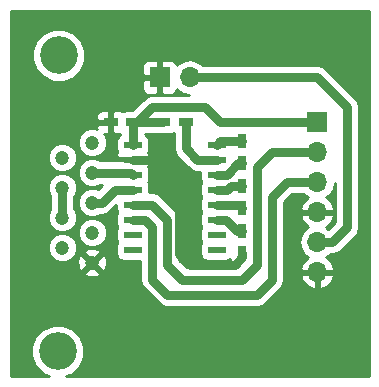
<source format=gbr>
G04 #@! TF.FileFunction,Copper,L2,Bot,Signal*
%FSLAX46Y46*%
G04 Gerber Fmt 4.6, Leading zero omitted, Abs format (unit mm)*
G04 Created by KiCad (PCBNEW 4.0.7) date *
%MOMM*%
%LPD*%
G01*
G04 APERTURE LIST*
%ADD10C,0.100000*%
%ADD11R,0.750000X1.200000*%
%ADD12R,1.200000X0.750000*%
%ADD13C,3.200000*%
%ADD14C,1.200000*%
%ADD15R,1.700000X1.700000*%
%ADD16O,1.700000X1.700000*%
%ADD17R,1.500000X0.600000*%
%ADD18C,0.800000*%
%ADD19C,0.254000*%
G04 APERTURE END LIST*
D10*
D11*
X144780000Y-100015000D03*
X144780000Y-101915000D03*
X144780000Y-103825000D03*
X144780000Y-105725000D03*
D12*
X138115000Y-98425000D03*
X140015000Y-98425000D03*
D11*
X144780000Y-107635000D03*
X144780000Y-109535000D03*
D12*
X135570000Y-98425000D03*
X133670000Y-98425000D03*
D13*
X129170000Y-117820000D03*
X129250000Y-92750000D03*
D14*
X132080000Y-105245000D03*
X132080000Y-107785000D03*
X132080000Y-102705000D03*
X132080000Y-100165000D03*
X132080000Y-110325000D03*
X129540000Y-109055000D03*
X129540000Y-106515000D03*
X129540000Y-103975000D03*
X129540000Y-101435000D03*
D15*
X151130000Y-98425000D03*
D16*
X151130000Y-100965000D03*
X151130000Y-103505000D03*
X151130000Y-106045000D03*
X151130000Y-108585000D03*
X151130000Y-111125000D03*
D15*
X137795000Y-94615000D03*
D16*
X140335000Y-94615000D03*
D17*
X142615000Y-100330000D03*
X142615000Y-101600000D03*
X142615000Y-102870000D03*
X142615000Y-104140000D03*
X142615000Y-105410000D03*
X142615000Y-106680000D03*
X142615000Y-107950000D03*
X142615000Y-109220000D03*
X135515000Y-109220000D03*
X135515000Y-107950000D03*
X135515000Y-106680000D03*
X135515000Y-105410000D03*
X135515000Y-104140000D03*
X135515000Y-102870000D03*
X135515000Y-101600000D03*
X135515000Y-100330000D03*
D18*
X144780000Y-100015000D02*
X142930000Y-100015000D01*
X142930000Y-100015000D02*
X142615000Y-100330000D01*
X144780000Y-101915000D02*
X144465000Y-101915000D01*
X144465000Y-101915000D02*
X143510000Y-102870000D01*
X143510000Y-102870000D02*
X142615000Y-102870000D01*
X144780000Y-103825000D02*
X143825000Y-103825000D01*
X143510000Y-104140000D02*
X142615000Y-104140000D01*
X143825000Y-103825000D02*
X143510000Y-104140000D01*
X142615000Y-105410000D02*
X144465000Y-105410000D01*
X144465000Y-105410000D02*
X144780000Y-105725000D01*
X151130000Y-98425000D02*
X142875000Y-98425000D01*
X137160000Y-97155000D02*
X135890000Y-98425000D01*
X141605000Y-97155000D02*
X137160000Y-97155000D01*
X142875000Y-98425000D02*
X141605000Y-97155000D01*
X135890000Y-98425000D02*
X135570000Y-98425000D01*
X138115000Y-98425000D02*
X135570000Y-98425000D01*
X135515000Y-100330000D02*
X135515000Y-98480000D01*
X135515000Y-98480000D02*
X135570000Y-98425000D01*
X140015000Y-98425000D02*
X140015000Y-100645000D01*
X140970000Y-101600000D02*
X142615000Y-101600000D01*
X140015000Y-100645000D02*
X140970000Y-101600000D01*
X142615000Y-106680000D02*
X143383000Y-106680000D01*
X144338000Y-107635000D02*
X144780000Y-107635000D01*
X143383000Y-106680000D02*
X144338000Y-107635000D01*
X144780000Y-109535000D02*
X144780000Y-109855000D01*
X144780000Y-109855000D02*
X144145000Y-110490000D01*
X144145000Y-110490000D02*
X140335000Y-110490000D01*
X140335000Y-110490000D02*
X139430002Y-109585002D01*
X139430002Y-109585002D02*
X139430002Y-102600002D01*
X139430002Y-102600002D02*
X138430000Y-101600000D01*
X138430000Y-101600000D02*
X135515000Y-101600000D01*
X135515000Y-104140000D02*
X133985000Y-104140000D01*
X132880000Y-105245000D02*
X132080000Y-105245000D01*
X133985000Y-104140000D02*
X132880000Y-105245000D01*
X132080000Y-102705000D02*
X135350000Y-102705000D01*
X135350000Y-102705000D02*
X135515000Y-102870000D01*
X129540000Y-103975000D02*
X129540000Y-106515000D01*
X151130000Y-100965000D02*
X147320000Y-100965000D01*
X137160000Y-105410000D02*
X135515000Y-105410000D01*
X138430000Y-106680000D02*
X137160000Y-105410000D01*
X138430000Y-110490000D02*
X138430000Y-106680000D01*
X139700000Y-111760000D02*
X138430000Y-110490000D01*
X144780000Y-111760000D02*
X139700000Y-111760000D01*
X146050000Y-110490000D02*
X144780000Y-111760000D01*
X146050000Y-102235000D02*
X146050000Y-110490000D01*
X147320000Y-100965000D02*
X146050000Y-102235000D01*
X135515000Y-106680000D02*
X136525000Y-106680000D01*
X148590000Y-103505000D02*
X151130000Y-103505000D01*
X147320000Y-104775000D02*
X148590000Y-103505000D01*
X147320000Y-111760000D02*
X147320000Y-104775000D01*
X146050000Y-113030000D02*
X147320000Y-111760000D01*
X138430000Y-113030000D02*
X146050000Y-113030000D01*
X137160000Y-111760000D02*
X138430000Y-113030000D01*
X137160000Y-107315000D02*
X137160000Y-111760000D01*
X136525000Y-106680000D02*
X137160000Y-107315000D01*
X140335000Y-94615000D02*
X151130000Y-94615000D01*
X152400000Y-108585000D02*
X151130000Y-108585000D01*
X153670000Y-107315000D02*
X152400000Y-108585000D01*
X153670000Y-97155000D02*
X153670000Y-107315000D01*
X151130000Y-94615000D02*
X153670000Y-97155000D01*
D19*
G36*
X155500000Y-119940000D02*
X129891876Y-119940000D01*
X130434372Y-119715845D01*
X131063636Y-119087679D01*
X131404611Y-118266519D01*
X131405387Y-117377381D01*
X131065845Y-116555628D01*
X130437679Y-115926364D01*
X129616519Y-115585389D01*
X128727381Y-115584613D01*
X127905628Y-115924155D01*
X127276364Y-116552321D01*
X126935389Y-117373481D01*
X126934613Y-118262619D01*
X127274155Y-119084372D01*
X127902321Y-119713636D01*
X128447467Y-119940000D01*
X125170000Y-119940000D01*
X125170000Y-111187735D01*
X131396870Y-111187735D01*
X131446383Y-111413164D01*
X131911036Y-111572807D01*
X132401413Y-111542482D01*
X132713617Y-111413164D01*
X132763130Y-111187735D01*
X132080000Y-110504605D01*
X131396870Y-111187735D01*
X125170000Y-111187735D01*
X125170000Y-109299579D01*
X128304786Y-109299579D01*
X128492408Y-109753657D01*
X128839515Y-110101371D01*
X129293266Y-110289785D01*
X129784579Y-110290214D01*
X130109313Y-110156036D01*
X130832193Y-110156036D01*
X130862518Y-110646413D01*
X130991836Y-110958617D01*
X131217265Y-111008130D01*
X131900395Y-110325000D01*
X132259605Y-110325000D01*
X132942735Y-111008130D01*
X133168164Y-110958617D01*
X133327807Y-110493964D01*
X133297482Y-110003587D01*
X133168164Y-109691383D01*
X132942735Y-109641870D01*
X132259605Y-110325000D01*
X131900395Y-110325000D01*
X131217265Y-109641870D01*
X130991836Y-109691383D01*
X130832193Y-110156036D01*
X130109313Y-110156036D01*
X130238657Y-110102592D01*
X130586371Y-109755485D01*
X130708126Y-109462265D01*
X131396870Y-109462265D01*
X132080000Y-110145395D01*
X132763130Y-109462265D01*
X132713617Y-109236836D01*
X132248964Y-109077193D01*
X131758587Y-109107518D01*
X131446383Y-109236836D01*
X131396870Y-109462265D01*
X130708126Y-109462265D01*
X130774785Y-109301734D01*
X130775214Y-108810421D01*
X130587592Y-108356343D01*
X130261399Y-108029579D01*
X130844786Y-108029579D01*
X131032408Y-108483657D01*
X131379515Y-108831371D01*
X131833266Y-109019785D01*
X132324579Y-109020214D01*
X132778657Y-108832592D01*
X133126371Y-108485485D01*
X133314785Y-108031734D01*
X133315214Y-107540421D01*
X133127592Y-107086343D01*
X132780485Y-106738629D01*
X132326734Y-106550215D01*
X131835421Y-106549786D01*
X131381343Y-106737408D01*
X131033629Y-107084515D01*
X130845215Y-107538266D01*
X130844786Y-108029579D01*
X130261399Y-108029579D01*
X130240485Y-108008629D01*
X129786734Y-107820215D01*
X129295421Y-107819786D01*
X128841343Y-108007408D01*
X128493629Y-108354515D01*
X128305215Y-108808266D01*
X128304786Y-109299579D01*
X125170000Y-109299579D01*
X125170000Y-104219579D01*
X128304786Y-104219579D01*
X128492408Y-104673657D01*
X128505000Y-104686271D01*
X128505000Y-105803164D01*
X128493629Y-105814515D01*
X128305215Y-106268266D01*
X128304786Y-106759579D01*
X128492408Y-107213657D01*
X128839515Y-107561371D01*
X129293266Y-107749785D01*
X129784579Y-107750214D01*
X130238657Y-107562592D01*
X130586371Y-107215485D01*
X130774785Y-106761734D01*
X130775214Y-106270421D01*
X130587592Y-105816343D01*
X130575000Y-105803729D01*
X130575000Y-104686836D01*
X130586371Y-104675485D01*
X130774785Y-104221734D01*
X130775214Y-103730421D01*
X130587592Y-103276343D01*
X130261399Y-102949579D01*
X130844786Y-102949579D01*
X131032408Y-103403657D01*
X131379515Y-103751371D01*
X131833266Y-103939785D01*
X132324579Y-103940214D01*
X132778657Y-103752592D01*
X132791271Y-103740000D01*
X132921288Y-103740000D01*
X132555911Y-104105377D01*
X132326734Y-104010215D01*
X131835421Y-104009786D01*
X131381343Y-104197408D01*
X131033629Y-104544515D01*
X130845215Y-104998266D01*
X130844786Y-105489579D01*
X131032408Y-105943657D01*
X131379515Y-106291371D01*
X131833266Y-106479785D01*
X132324579Y-106480214D01*
X132778657Y-106292592D01*
X132791271Y-106280000D01*
X132879995Y-106280000D01*
X132880000Y-106280001D01*
X133276077Y-106201215D01*
X133611856Y-105976856D01*
X134117560Y-105471152D01*
X134117560Y-105710000D01*
X134161838Y-105945317D01*
X134225678Y-106044528D01*
X134168569Y-106128110D01*
X134117560Y-106380000D01*
X134117560Y-106980000D01*
X134161838Y-107215317D01*
X134225678Y-107314528D01*
X134168569Y-107398110D01*
X134117560Y-107650000D01*
X134117560Y-108250000D01*
X134161838Y-108485317D01*
X134225678Y-108584528D01*
X134168569Y-108668110D01*
X134117560Y-108920000D01*
X134117560Y-109520000D01*
X134161838Y-109755317D01*
X134300910Y-109971441D01*
X134513110Y-110116431D01*
X134765000Y-110167440D01*
X136125000Y-110167440D01*
X136125000Y-111759995D01*
X136124999Y-111760000D01*
X136203785Y-112156077D01*
X136428144Y-112491856D01*
X137698142Y-113761853D01*
X137698144Y-113761856D01*
X137899429Y-113896349D01*
X138033922Y-113986215D01*
X138430000Y-114065001D01*
X138430005Y-114065000D01*
X146049995Y-114065000D01*
X146050000Y-114065001D01*
X146446077Y-113986215D01*
X146781856Y-113761856D01*
X148051853Y-112491858D01*
X148051856Y-112491856D01*
X148186349Y-112290571D01*
X148276215Y-112156078D01*
X148355001Y-111760000D01*
X148355000Y-111759995D01*
X148355000Y-111481890D01*
X149688524Y-111481890D01*
X149858355Y-111891924D01*
X150248642Y-112320183D01*
X150773108Y-112566486D01*
X151003000Y-112445819D01*
X151003000Y-111252000D01*
X151257000Y-111252000D01*
X151257000Y-112445819D01*
X151486892Y-112566486D01*
X152011358Y-112320183D01*
X152401645Y-111891924D01*
X152571476Y-111481890D01*
X152450155Y-111252000D01*
X151257000Y-111252000D01*
X151003000Y-111252000D01*
X149809845Y-111252000D01*
X149688524Y-111481890D01*
X148355000Y-111481890D01*
X148355000Y-105203712D01*
X149018711Y-104540000D01*
X150040794Y-104540000D01*
X150050853Y-104555054D01*
X150391553Y-104782702D01*
X150248642Y-104849817D01*
X149858355Y-105278076D01*
X149688524Y-105688110D01*
X149809845Y-105918000D01*
X151003000Y-105918000D01*
X151003000Y-105898000D01*
X151257000Y-105898000D01*
X151257000Y-105918000D01*
X152450155Y-105918000D01*
X152571476Y-105688110D01*
X152401645Y-105278076D01*
X152011358Y-104849817D01*
X151868447Y-104782702D01*
X152209147Y-104555054D01*
X152531054Y-104073285D01*
X152635000Y-103550714D01*
X152635000Y-106886289D01*
X152075585Y-107445703D01*
X151868447Y-107307298D01*
X152011358Y-107240183D01*
X152401645Y-106811924D01*
X152571476Y-106401890D01*
X152450155Y-106172000D01*
X151257000Y-106172000D01*
X151257000Y-106192000D01*
X151003000Y-106192000D01*
X151003000Y-106172000D01*
X149809845Y-106172000D01*
X149688524Y-106401890D01*
X149858355Y-106811924D01*
X150248642Y-107240183D01*
X150391553Y-107307298D01*
X150050853Y-107534946D01*
X149728946Y-108016715D01*
X149615907Y-108585000D01*
X149728946Y-109153285D01*
X150050853Y-109635054D01*
X150391553Y-109862702D01*
X150248642Y-109929817D01*
X149858355Y-110358076D01*
X149688524Y-110768110D01*
X149809845Y-110998000D01*
X151003000Y-110998000D01*
X151003000Y-110978000D01*
X151257000Y-110978000D01*
X151257000Y-110998000D01*
X152450155Y-110998000D01*
X152571476Y-110768110D01*
X152401645Y-110358076D01*
X152011358Y-109929817D01*
X151868447Y-109862702D01*
X152209147Y-109635054D01*
X152219206Y-109620000D01*
X152399995Y-109620000D01*
X152400000Y-109620001D01*
X152796077Y-109541215D01*
X153131856Y-109316856D01*
X154401853Y-108046858D01*
X154401856Y-108046856D01*
X154553292Y-107820215D01*
X154626215Y-107711078D01*
X154705001Y-107315000D01*
X154705000Y-107314995D01*
X154705000Y-97155000D01*
X154626215Y-96758923D01*
X154626215Y-96758922D01*
X154536349Y-96624429D01*
X154401856Y-96423144D01*
X154401853Y-96423142D01*
X151861856Y-93883144D01*
X151526077Y-93658785D01*
X151130000Y-93579999D01*
X151129995Y-93580000D01*
X141414552Y-93580000D01*
X141385054Y-93535853D01*
X140903285Y-93213946D01*
X140335000Y-93100907D01*
X139766715Y-93213946D01*
X139284946Y-93535853D01*
X139255597Y-93579777D01*
X139183327Y-93405302D01*
X139004699Y-93226673D01*
X138771310Y-93130000D01*
X138080750Y-93130000D01*
X137922000Y-93288750D01*
X137922000Y-94488000D01*
X137942000Y-94488000D01*
X137942000Y-94742000D01*
X137922000Y-94742000D01*
X137922000Y-95941250D01*
X138080750Y-96100000D01*
X138771310Y-96100000D01*
X139004699Y-96003327D01*
X139183327Y-95824698D01*
X139255597Y-95650223D01*
X139284946Y-95694147D01*
X139766715Y-96016054D01*
X140289286Y-96120000D01*
X137160005Y-96120000D01*
X137160000Y-96119999D01*
X136763922Y-96198785D01*
X136629429Y-96288651D01*
X136428144Y-96423144D01*
X136428142Y-96423147D01*
X135448728Y-97402560D01*
X134970000Y-97402560D01*
X134734683Y-97446838D01*
X134631354Y-97513329D01*
X134629698Y-97511673D01*
X134396309Y-97415000D01*
X133955750Y-97415000D01*
X133797000Y-97573750D01*
X133797000Y-98298000D01*
X133817000Y-98298000D01*
X133817000Y-98552000D01*
X133797000Y-98552000D01*
X133797000Y-99276250D01*
X133955750Y-99435000D01*
X134396309Y-99435000D01*
X134480000Y-99400334D01*
X134480000Y-99458808D01*
X134313559Y-99565910D01*
X134168569Y-99778110D01*
X134117560Y-100030000D01*
X134117560Y-100630000D01*
X134161838Y-100865317D01*
X134220178Y-100955980D01*
X134130000Y-101173690D01*
X134130000Y-101314250D01*
X134288750Y-101473000D01*
X135388000Y-101473000D01*
X135388000Y-101453000D01*
X135642000Y-101453000D01*
X135642000Y-101473000D01*
X136741250Y-101473000D01*
X136900000Y-101314250D01*
X136900000Y-101173690D01*
X136810194Y-100956878D01*
X136861431Y-100881890D01*
X136912440Y-100630000D01*
X136912440Y-100030000D01*
X136868162Y-99794683D01*
X136729090Y-99578559D01*
X136555573Y-99460000D01*
X138115000Y-99460000D01*
X138178143Y-99447440D01*
X138715000Y-99447440D01*
X138950317Y-99403162D01*
X138980000Y-99384062D01*
X138980000Y-100644995D01*
X138979999Y-100645000D01*
X139058785Y-101041077D01*
X139283144Y-101376856D01*
X140238142Y-102331853D01*
X140238144Y-102331856D01*
X140494523Y-102503162D01*
X140573923Y-102556215D01*
X140970000Y-102635001D01*
X140970005Y-102635000D01*
X141217560Y-102635000D01*
X141217560Y-103170000D01*
X141261838Y-103405317D01*
X141325678Y-103504528D01*
X141268569Y-103588110D01*
X141217560Y-103840000D01*
X141217560Y-104440000D01*
X141261838Y-104675317D01*
X141325678Y-104774528D01*
X141268569Y-104858110D01*
X141217560Y-105110000D01*
X141217560Y-105710000D01*
X141261838Y-105945317D01*
X141325678Y-106044528D01*
X141268569Y-106128110D01*
X141217560Y-106380000D01*
X141217560Y-106980000D01*
X141261838Y-107215317D01*
X141325678Y-107314528D01*
X141268569Y-107398110D01*
X141217560Y-107650000D01*
X141217560Y-108250000D01*
X141261838Y-108485317D01*
X141325678Y-108584528D01*
X141268569Y-108668110D01*
X141217560Y-108920000D01*
X141217560Y-109520000D01*
X141261838Y-109755317D01*
X141400910Y-109971441D01*
X141613110Y-110116431D01*
X141865000Y-110167440D01*
X143365000Y-110167440D01*
X143600317Y-110123162D01*
X143770000Y-110013974D01*
X143770000Y-110261309D01*
X143866673Y-110494698D01*
X144045301Y-110673327D01*
X144170051Y-110725000D01*
X140128711Y-110725000D01*
X139465000Y-110061288D01*
X139465000Y-106680005D01*
X139465001Y-106680000D01*
X139386215Y-106283922D01*
X139277405Y-106121077D01*
X139161856Y-105948144D01*
X139161853Y-105948142D01*
X137891856Y-104678144D01*
X137556077Y-104453785D01*
X137160000Y-104374999D01*
X137159995Y-104375000D01*
X136912440Y-104375000D01*
X136912440Y-103840000D01*
X136868162Y-103604683D01*
X136804322Y-103505472D01*
X136861431Y-103421890D01*
X136912440Y-103170000D01*
X136912440Y-102570000D01*
X136868162Y-102334683D01*
X136809822Y-102244020D01*
X136900000Y-102026310D01*
X136900000Y-101885750D01*
X136741250Y-101727000D01*
X135642000Y-101727000D01*
X135642000Y-101728082D01*
X135350000Y-101669999D01*
X135349995Y-101670000D01*
X132791836Y-101670000D01*
X132780485Y-101658629D01*
X132326734Y-101470215D01*
X131835421Y-101469786D01*
X131381343Y-101657408D01*
X131033629Y-102004515D01*
X130845215Y-102458266D01*
X130844786Y-102949579D01*
X130261399Y-102949579D01*
X130240485Y-102928629D01*
X129786734Y-102740215D01*
X129295421Y-102739786D01*
X128841343Y-102927408D01*
X128493629Y-103274515D01*
X128305215Y-103728266D01*
X128304786Y-104219579D01*
X125170000Y-104219579D01*
X125170000Y-101679579D01*
X128304786Y-101679579D01*
X128492408Y-102133657D01*
X128839515Y-102481371D01*
X129293266Y-102669785D01*
X129784579Y-102670214D01*
X130238657Y-102482592D01*
X130586371Y-102135485D01*
X130774785Y-101681734D01*
X130775214Y-101190421D01*
X130587592Y-100736343D01*
X130261399Y-100409579D01*
X130844786Y-100409579D01*
X131032408Y-100863657D01*
X131379515Y-101211371D01*
X131833266Y-101399785D01*
X132324579Y-101400214D01*
X132778657Y-101212592D01*
X133126371Y-100865485D01*
X133314785Y-100411734D01*
X133315214Y-99920421D01*
X133127592Y-99466343D01*
X133096304Y-99435000D01*
X133384250Y-99435000D01*
X133543000Y-99276250D01*
X133543000Y-98552000D01*
X132593750Y-98552000D01*
X132435000Y-98710750D01*
X132435000Y-98926310D01*
X132459443Y-98985321D01*
X132326734Y-98930215D01*
X131835421Y-98929786D01*
X131381343Y-99117408D01*
X131033629Y-99464515D01*
X130845215Y-99918266D01*
X130844786Y-100409579D01*
X130261399Y-100409579D01*
X130240485Y-100388629D01*
X129786734Y-100200215D01*
X129295421Y-100199786D01*
X128841343Y-100387408D01*
X128493629Y-100734515D01*
X128305215Y-101188266D01*
X128304786Y-101679579D01*
X125170000Y-101679579D01*
X125170000Y-97923690D01*
X132435000Y-97923690D01*
X132435000Y-98139250D01*
X132593750Y-98298000D01*
X133543000Y-98298000D01*
X133543000Y-97573750D01*
X133384250Y-97415000D01*
X132943691Y-97415000D01*
X132710302Y-97511673D01*
X132531673Y-97690301D01*
X132435000Y-97923690D01*
X125170000Y-97923690D01*
X125170000Y-93192619D01*
X127014613Y-93192619D01*
X127354155Y-94014372D01*
X127982321Y-94643636D01*
X128803481Y-94984611D01*
X129692619Y-94985387D01*
X129897455Y-94900750D01*
X136310000Y-94900750D01*
X136310000Y-95591309D01*
X136406673Y-95824698D01*
X136585301Y-96003327D01*
X136818690Y-96100000D01*
X137509250Y-96100000D01*
X137668000Y-95941250D01*
X137668000Y-94742000D01*
X136468750Y-94742000D01*
X136310000Y-94900750D01*
X129897455Y-94900750D01*
X130514372Y-94645845D01*
X131143636Y-94017679D01*
X131301005Y-93638691D01*
X136310000Y-93638691D01*
X136310000Y-94329250D01*
X136468750Y-94488000D01*
X137668000Y-94488000D01*
X137668000Y-93288750D01*
X137509250Y-93130000D01*
X136818690Y-93130000D01*
X136585301Y-93226673D01*
X136406673Y-93405302D01*
X136310000Y-93638691D01*
X131301005Y-93638691D01*
X131484611Y-93196519D01*
X131485387Y-92307381D01*
X131145845Y-91485628D01*
X130517679Y-90856364D01*
X129696519Y-90515389D01*
X128807381Y-90514613D01*
X127985628Y-90854155D01*
X127356364Y-91482321D01*
X127015389Y-92303481D01*
X127014613Y-93192619D01*
X125170000Y-93192619D01*
X125170000Y-88975000D01*
X155500000Y-88975000D01*
X155500000Y-119940000D01*
X155500000Y-119940000D01*
G37*
X155500000Y-119940000D02*
X129891876Y-119940000D01*
X130434372Y-119715845D01*
X131063636Y-119087679D01*
X131404611Y-118266519D01*
X131405387Y-117377381D01*
X131065845Y-116555628D01*
X130437679Y-115926364D01*
X129616519Y-115585389D01*
X128727381Y-115584613D01*
X127905628Y-115924155D01*
X127276364Y-116552321D01*
X126935389Y-117373481D01*
X126934613Y-118262619D01*
X127274155Y-119084372D01*
X127902321Y-119713636D01*
X128447467Y-119940000D01*
X125170000Y-119940000D01*
X125170000Y-111187735D01*
X131396870Y-111187735D01*
X131446383Y-111413164D01*
X131911036Y-111572807D01*
X132401413Y-111542482D01*
X132713617Y-111413164D01*
X132763130Y-111187735D01*
X132080000Y-110504605D01*
X131396870Y-111187735D01*
X125170000Y-111187735D01*
X125170000Y-109299579D01*
X128304786Y-109299579D01*
X128492408Y-109753657D01*
X128839515Y-110101371D01*
X129293266Y-110289785D01*
X129784579Y-110290214D01*
X130109313Y-110156036D01*
X130832193Y-110156036D01*
X130862518Y-110646413D01*
X130991836Y-110958617D01*
X131217265Y-111008130D01*
X131900395Y-110325000D01*
X132259605Y-110325000D01*
X132942735Y-111008130D01*
X133168164Y-110958617D01*
X133327807Y-110493964D01*
X133297482Y-110003587D01*
X133168164Y-109691383D01*
X132942735Y-109641870D01*
X132259605Y-110325000D01*
X131900395Y-110325000D01*
X131217265Y-109641870D01*
X130991836Y-109691383D01*
X130832193Y-110156036D01*
X130109313Y-110156036D01*
X130238657Y-110102592D01*
X130586371Y-109755485D01*
X130708126Y-109462265D01*
X131396870Y-109462265D01*
X132080000Y-110145395D01*
X132763130Y-109462265D01*
X132713617Y-109236836D01*
X132248964Y-109077193D01*
X131758587Y-109107518D01*
X131446383Y-109236836D01*
X131396870Y-109462265D01*
X130708126Y-109462265D01*
X130774785Y-109301734D01*
X130775214Y-108810421D01*
X130587592Y-108356343D01*
X130261399Y-108029579D01*
X130844786Y-108029579D01*
X131032408Y-108483657D01*
X131379515Y-108831371D01*
X131833266Y-109019785D01*
X132324579Y-109020214D01*
X132778657Y-108832592D01*
X133126371Y-108485485D01*
X133314785Y-108031734D01*
X133315214Y-107540421D01*
X133127592Y-107086343D01*
X132780485Y-106738629D01*
X132326734Y-106550215D01*
X131835421Y-106549786D01*
X131381343Y-106737408D01*
X131033629Y-107084515D01*
X130845215Y-107538266D01*
X130844786Y-108029579D01*
X130261399Y-108029579D01*
X130240485Y-108008629D01*
X129786734Y-107820215D01*
X129295421Y-107819786D01*
X128841343Y-108007408D01*
X128493629Y-108354515D01*
X128305215Y-108808266D01*
X128304786Y-109299579D01*
X125170000Y-109299579D01*
X125170000Y-104219579D01*
X128304786Y-104219579D01*
X128492408Y-104673657D01*
X128505000Y-104686271D01*
X128505000Y-105803164D01*
X128493629Y-105814515D01*
X128305215Y-106268266D01*
X128304786Y-106759579D01*
X128492408Y-107213657D01*
X128839515Y-107561371D01*
X129293266Y-107749785D01*
X129784579Y-107750214D01*
X130238657Y-107562592D01*
X130586371Y-107215485D01*
X130774785Y-106761734D01*
X130775214Y-106270421D01*
X130587592Y-105816343D01*
X130575000Y-105803729D01*
X130575000Y-104686836D01*
X130586371Y-104675485D01*
X130774785Y-104221734D01*
X130775214Y-103730421D01*
X130587592Y-103276343D01*
X130261399Y-102949579D01*
X130844786Y-102949579D01*
X131032408Y-103403657D01*
X131379515Y-103751371D01*
X131833266Y-103939785D01*
X132324579Y-103940214D01*
X132778657Y-103752592D01*
X132791271Y-103740000D01*
X132921288Y-103740000D01*
X132555911Y-104105377D01*
X132326734Y-104010215D01*
X131835421Y-104009786D01*
X131381343Y-104197408D01*
X131033629Y-104544515D01*
X130845215Y-104998266D01*
X130844786Y-105489579D01*
X131032408Y-105943657D01*
X131379515Y-106291371D01*
X131833266Y-106479785D01*
X132324579Y-106480214D01*
X132778657Y-106292592D01*
X132791271Y-106280000D01*
X132879995Y-106280000D01*
X132880000Y-106280001D01*
X133276077Y-106201215D01*
X133611856Y-105976856D01*
X134117560Y-105471152D01*
X134117560Y-105710000D01*
X134161838Y-105945317D01*
X134225678Y-106044528D01*
X134168569Y-106128110D01*
X134117560Y-106380000D01*
X134117560Y-106980000D01*
X134161838Y-107215317D01*
X134225678Y-107314528D01*
X134168569Y-107398110D01*
X134117560Y-107650000D01*
X134117560Y-108250000D01*
X134161838Y-108485317D01*
X134225678Y-108584528D01*
X134168569Y-108668110D01*
X134117560Y-108920000D01*
X134117560Y-109520000D01*
X134161838Y-109755317D01*
X134300910Y-109971441D01*
X134513110Y-110116431D01*
X134765000Y-110167440D01*
X136125000Y-110167440D01*
X136125000Y-111759995D01*
X136124999Y-111760000D01*
X136203785Y-112156077D01*
X136428144Y-112491856D01*
X137698142Y-113761853D01*
X137698144Y-113761856D01*
X137899429Y-113896349D01*
X138033922Y-113986215D01*
X138430000Y-114065001D01*
X138430005Y-114065000D01*
X146049995Y-114065000D01*
X146050000Y-114065001D01*
X146446077Y-113986215D01*
X146781856Y-113761856D01*
X148051853Y-112491858D01*
X148051856Y-112491856D01*
X148186349Y-112290571D01*
X148276215Y-112156078D01*
X148355001Y-111760000D01*
X148355000Y-111759995D01*
X148355000Y-111481890D01*
X149688524Y-111481890D01*
X149858355Y-111891924D01*
X150248642Y-112320183D01*
X150773108Y-112566486D01*
X151003000Y-112445819D01*
X151003000Y-111252000D01*
X151257000Y-111252000D01*
X151257000Y-112445819D01*
X151486892Y-112566486D01*
X152011358Y-112320183D01*
X152401645Y-111891924D01*
X152571476Y-111481890D01*
X152450155Y-111252000D01*
X151257000Y-111252000D01*
X151003000Y-111252000D01*
X149809845Y-111252000D01*
X149688524Y-111481890D01*
X148355000Y-111481890D01*
X148355000Y-105203712D01*
X149018711Y-104540000D01*
X150040794Y-104540000D01*
X150050853Y-104555054D01*
X150391553Y-104782702D01*
X150248642Y-104849817D01*
X149858355Y-105278076D01*
X149688524Y-105688110D01*
X149809845Y-105918000D01*
X151003000Y-105918000D01*
X151003000Y-105898000D01*
X151257000Y-105898000D01*
X151257000Y-105918000D01*
X152450155Y-105918000D01*
X152571476Y-105688110D01*
X152401645Y-105278076D01*
X152011358Y-104849817D01*
X151868447Y-104782702D01*
X152209147Y-104555054D01*
X152531054Y-104073285D01*
X152635000Y-103550714D01*
X152635000Y-106886289D01*
X152075585Y-107445703D01*
X151868447Y-107307298D01*
X152011358Y-107240183D01*
X152401645Y-106811924D01*
X152571476Y-106401890D01*
X152450155Y-106172000D01*
X151257000Y-106172000D01*
X151257000Y-106192000D01*
X151003000Y-106192000D01*
X151003000Y-106172000D01*
X149809845Y-106172000D01*
X149688524Y-106401890D01*
X149858355Y-106811924D01*
X150248642Y-107240183D01*
X150391553Y-107307298D01*
X150050853Y-107534946D01*
X149728946Y-108016715D01*
X149615907Y-108585000D01*
X149728946Y-109153285D01*
X150050853Y-109635054D01*
X150391553Y-109862702D01*
X150248642Y-109929817D01*
X149858355Y-110358076D01*
X149688524Y-110768110D01*
X149809845Y-110998000D01*
X151003000Y-110998000D01*
X151003000Y-110978000D01*
X151257000Y-110978000D01*
X151257000Y-110998000D01*
X152450155Y-110998000D01*
X152571476Y-110768110D01*
X152401645Y-110358076D01*
X152011358Y-109929817D01*
X151868447Y-109862702D01*
X152209147Y-109635054D01*
X152219206Y-109620000D01*
X152399995Y-109620000D01*
X152400000Y-109620001D01*
X152796077Y-109541215D01*
X153131856Y-109316856D01*
X154401853Y-108046858D01*
X154401856Y-108046856D01*
X154553292Y-107820215D01*
X154626215Y-107711078D01*
X154705001Y-107315000D01*
X154705000Y-107314995D01*
X154705000Y-97155000D01*
X154626215Y-96758923D01*
X154626215Y-96758922D01*
X154536349Y-96624429D01*
X154401856Y-96423144D01*
X154401853Y-96423142D01*
X151861856Y-93883144D01*
X151526077Y-93658785D01*
X151130000Y-93579999D01*
X151129995Y-93580000D01*
X141414552Y-93580000D01*
X141385054Y-93535853D01*
X140903285Y-93213946D01*
X140335000Y-93100907D01*
X139766715Y-93213946D01*
X139284946Y-93535853D01*
X139255597Y-93579777D01*
X139183327Y-93405302D01*
X139004699Y-93226673D01*
X138771310Y-93130000D01*
X138080750Y-93130000D01*
X137922000Y-93288750D01*
X137922000Y-94488000D01*
X137942000Y-94488000D01*
X137942000Y-94742000D01*
X137922000Y-94742000D01*
X137922000Y-95941250D01*
X138080750Y-96100000D01*
X138771310Y-96100000D01*
X139004699Y-96003327D01*
X139183327Y-95824698D01*
X139255597Y-95650223D01*
X139284946Y-95694147D01*
X139766715Y-96016054D01*
X140289286Y-96120000D01*
X137160005Y-96120000D01*
X137160000Y-96119999D01*
X136763922Y-96198785D01*
X136629429Y-96288651D01*
X136428144Y-96423144D01*
X136428142Y-96423147D01*
X135448728Y-97402560D01*
X134970000Y-97402560D01*
X134734683Y-97446838D01*
X134631354Y-97513329D01*
X134629698Y-97511673D01*
X134396309Y-97415000D01*
X133955750Y-97415000D01*
X133797000Y-97573750D01*
X133797000Y-98298000D01*
X133817000Y-98298000D01*
X133817000Y-98552000D01*
X133797000Y-98552000D01*
X133797000Y-99276250D01*
X133955750Y-99435000D01*
X134396309Y-99435000D01*
X134480000Y-99400334D01*
X134480000Y-99458808D01*
X134313559Y-99565910D01*
X134168569Y-99778110D01*
X134117560Y-100030000D01*
X134117560Y-100630000D01*
X134161838Y-100865317D01*
X134220178Y-100955980D01*
X134130000Y-101173690D01*
X134130000Y-101314250D01*
X134288750Y-101473000D01*
X135388000Y-101473000D01*
X135388000Y-101453000D01*
X135642000Y-101453000D01*
X135642000Y-101473000D01*
X136741250Y-101473000D01*
X136900000Y-101314250D01*
X136900000Y-101173690D01*
X136810194Y-100956878D01*
X136861431Y-100881890D01*
X136912440Y-100630000D01*
X136912440Y-100030000D01*
X136868162Y-99794683D01*
X136729090Y-99578559D01*
X136555573Y-99460000D01*
X138115000Y-99460000D01*
X138178143Y-99447440D01*
X138715000Y-99447440D01*
X138950317Y-99403162D01*
X138980000Y-99384062D01*
X138980000Y-100644995D01*
X138979999Y-100645000D01*
X139058785Y-101041077D01*
X139283144Y-101376856D01*
X140238142Y-102331853D01*
X140238144Y-102331856D01*
X140494523Y-102503162D01*
X140573923Y-102556215D01*
X140970000Y-102635001D01*
X140970005Y-102635000D01*
X141217560Y-102635000D01*
X141217560Y-103170000D01*
X141261838Y-103405317D01*
X141325678Y-103504528D01*
X141268569Y-103588110D01*
X141217560Y-103840000D01*
X141217560Y-104440000D01*
X141261838Y-104675317D01*
X141325678Y-104774528D01*
X141268569Y-104858110D01*
X141217560Y-105110000D01*
X141217560Y-105710000D01*
X141261838Y-105945317D01*
X141325678Y-106044528D01*
X141268569Y-106128110D01*
X141217560Y-106380000D01*
X141217560Y-106980000D01*
X141261838Y-107215317D01*
X141325678Y-107314528D01*
X141268569Y-107398110D01*
X141217560Y-107650000D01*
X141217560Y-108250000D01*
X141261838Y-108485317D01*
X141325678Y-108584528D01*
X141268569Y-108668110D01*
X141217560Y-108920000D01*
X141217560Y-109520000D01*
X141261838Y-109755317D01*
X141400910Y-109971441D01*
X141613110Y-110116431D01*
X141865000Y-110167440D01*
X143365000Y-110167440D01*
X143600317Y-110123162D01*
X143770000Y-110013974D01*
X143770000Y-110261309D01*
X143866673Y-110494698D01*
X144045301Y-110673327D01*
X144170051Y-110725000D01*
X140128711Y-110725000D01*
X139465000Y-110061288D01*
X139465000Y-106680005D01*
X139465001Y-106680000D01*
X139386215Y-106283922D01*
X139277405Y-106121077D01*
X139161856Y-105948144D01*
X139161853Y-105948142D01*
X137891856Y-104678144D01*
X137556077Y-104453785D01*
X137160000Y-104374999D01*
X137159995Y-104375000D01*
X136912440Y-104375000D01*
X136912440Y-103840000D01*
X136868162Y-103604683D01*
X136804322Y-103505472D01*
X136861431Y-103421890D01*
X136912440Y-103170000D01*
X136912440Y-102570000D01*
X136868162Y-102334683D01*
X136809822Y-102244020D01*
X136900000Y-102026310D01*
X136900000Y-101885750D01*
X136741250Y-101727000D01*
X135642000Y-101727000D01*
X135642000Y-101728082D01*
X135350000Y-101669999D01*
X135349995Y-101670000D01*
X132791836Y-101670000D01*
X132780485Y-101658629D01*
X132326734Y-101470215D01*
X131835421Y-101469786D01*
X131381343Y-101657408D01*
X131033629Y-102004515D01*
X130845215Y-102458266D01*
X130844786Y-102949579D01*
X130261399Y-102949579D01*
X130240485Y-102928629D01*
X129786734Y-102740215D01*
X129295421Y-102739786D01*
X128841343Y-102927408D01*
X128493629Y-103274515D01*
X128305215Y-103728266D01*
X128304786Y-104219579D01*
X125170000Y-104219579D01*
X125170000Y-101679579D01*
X128304786Y-101679579D01*
X128492408Y-102133657D01*
X128839515Y-102481371D01*
X129293266Y-102669785D01*
X129784579Y-102670214D01*
X130238657Y-102482592D01*
X130586371Y-102135485D01*
X130774785Y-101681734D01*
X130775214Y-101190421D01*
X130587592Y-100736343D01*
X130261399Y-100409579D01*
X130844786Y-100409579D01*
X131032408Y-100863657D01*
X131379515Y-101211371D01*
X131833266Y-101399785D01*
X132324579Y-101400214D01*
X132778657Y-101212592D01*
X133126371Y-100865485D01*
X133314785Y-100411734D01*
X133315214Y-99920421D01*
X133127592Y-99466343D01*
X133096304Y-99435000D01*
X133384250Y-99435000D01*
X133543000Y-99276250D01*
X133543000Y-98552000D01*
X132593750Y-98552000D01*
X132435000Y-98710750D01*
X132435000Y-98926310D01*
X132459443Y-98985321D01*
X132326734Y-98930215D01*
X131835421Y-98929786D01*
X131381343Y-99117408D01*
X131033629Y-99464515D01*
X130845215Y-99918266D01*
X130844786Y-100409579D01*
X130261399Y-100409579D01*
X130240485Y-100388629D01*
X129786734Y-100200215D01*
X129295421Y-100199786D01*
X128841343Y-100387408D01*
X128493629Y-100734515D01*
X128305215Y-101188266D01*
X128304786Y-101679579D01*
X125170000Y-101679579D01*
X125170000Y-97923690D01*
X132435000Y-97923690D01*
X132435000Y-98139250D01*
X132593750Y-98298000D01*
X133543000Y-98298000D01*
X133543000Y-97573750D01*
X133384250Y-97415000D01*
X132943691Y-97415000D01*
X132710302Y-97511673D01*
X132531673Y-97690301D01*
X132435000Y-97923690D01*
X125170000Y-97923690D01*
X125170000Y-93192619D01*
X127014613Y-93192619D01*
X127354155Y-94014372D01*
X127982321Y-94643636D01*
X128803481Y-94984611D01*
X129692619Y-94985387D01*
X129897455Y-94900750D01*
X136310000Y-94900750D01*
X136310000Y-95591309D01*
X136406673Y-95824698D01*
X136585301Y-96003327D01*
X136818690Y-96100000D01*
X137509250Y-96100000D01*
X137668000Y-95941250D01*
X137668000Y-94742000D01*
X136468750Y-94742000D01*
X136310000Y-94900750D01*
X129897455Y-94900750D01*
X130514372Y-94645845D01*
X131143636Y-94017679D01*
X131301005Y-93638691D01*
X136310000Y-93638691D01*
X136310000Y-94329250D01*
X136468750Y-94488000D01*
X137668000Y-94488000D01*
X137668000Y-93288750D01*
X137509250Y-93130000D01*
X136818690Y-93130000D01*
X136585301Y-93226673D01*
X136406673Y-93405302D01*
X136310000Y-93638691D01*
X131301005Y-93638691D01*
X131484611Y-93196519D01*
X131485387Y-92307381D01*
X131145845Y-91485628D01*
X130517679Y-90856364D01*
X129696519Y-90515389D01*
X128807381Y-90514613D01*
X127985628Y-90854155D01*
X127356364Y-91482321D01*
X127015389Y-92303481D01*
X127014613Y-93192619D01*
X125170000Y-93192619D01*
X125170000Y-88975000D01*
X155500000Y-88975000D01*
X155500000Y-119940000D01*
G36*
X144907000Y-109408000D02*
X144927000Y-109408000D01*
X144927000Y-109662000D01*
X144907000Y-109662000D01*
X144907000Y-109682000D01*
X144653000Y-109682000D01*
X144653000Y-109662000D01*
X144633000Y-109662000D01*
X144633000Y-109408000D01*
X144653000Y-109408000D01*
X144653000Y-109388000D01*
X144907000Y-109388000D01*
X144907000Y-109408000D01*
X144907000Y-109408000D01*
G37*
X144907000Y-109408000D02*
X144927000Y-109408000D01*
X144927000Y-109662000D01*
X144907000Y-109662000D01*
X144907000Y-109682000D01*
X144653000Y-109682000D01*
X144653000Y-109662000D01*
X144633000Y-109662000D01*
X144633000Y-109408000D01*
X144653000Y-109408000D01*
X144653000Y-109388000D01*
X144907000Y-109388000D01*
X144907000Y-109408000D01*
M02*

</source>
